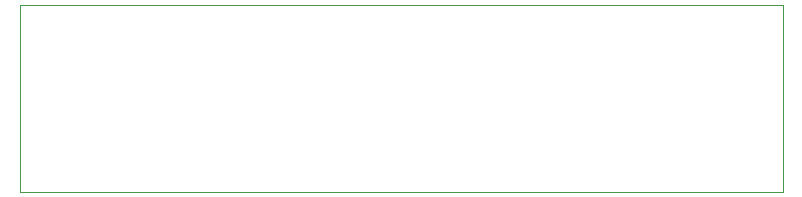
<source format=gm1>
G04 #@! TF.GenerationSoftware,KiCad,Pcbnew,(6.0.4)*
G04 #@! TF.CreationDate,2022-04-05T13:55:54+02:00*
G04 #@! TF.ProjectId,Sonda_w_cz,536f6e64-615f-4775-9f63-7a2e6b696361,rev?*
G04 #@! TF.SameCoordinates,Original*
G04 #@! TF.FileFunction,Profile,NP*
%FSLAX46Y46*%
G04 Gerber Fmt 4.6, Leading zero omitted, Abs format (unit mm)*
G04 Created by KiCad (PCBNEW (6.0.4)) date 2022-04-05 13:55:54*
%MOMM*%
%LPD*%
G01*
G04 APERTURE LIST*
G04 #@! TA.AperFunction,Profile*
%ADD10C,0.100000*%
G04 #@! TD*
G04 APERTURE END LIST*
D10*
X55900000Y-91600000D02*
X120500000Y-91600000D01*
X120500000Y-91600000D02*
X120500000Y-107400000D01*
X120500000Y-107400000D02*
X55900000Y-107400000D01*
X55900000Y-107400000D02*
X55900000Y-91600000D01*
M02*

</source>
